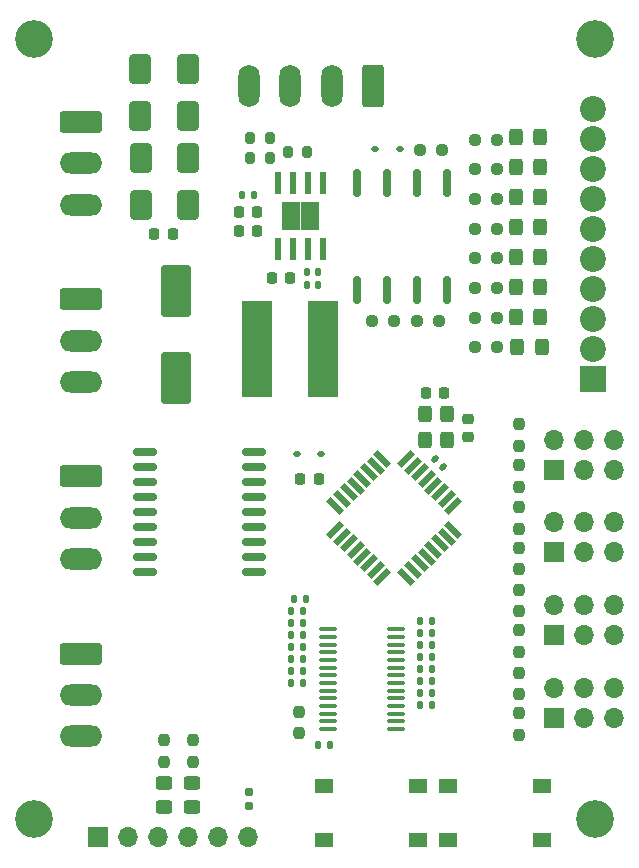
<source format=gbr>
%TF.GenerationSoftware,KiCad,Pcbnew,8.0.8*%
%TF.CreationDate,2025-06-27T13:45:21+02:00*%
%TF.ProjectId,OS-servo-decoder-8,4f532d73-6572-4766-9f2d-6465636f6465,rev?*%
%TF.SameCoordinates,Original*%
%TF.FileFunction,Soldermask,Top*%
%TF.FilePolarity,Negative*%
%FSLAX46Y46*%
G04 Gerber Fmt 4.6, Leading zero omitted, Abs format (unit mm)*
G04 Created by KiCad (PCBNEW 8.0.8) date 2025-06-27 13:45:21*
%MOMM*%
%LPD*%
G01*
G04 APERTURE LIST*
G04 Aperture macros list*
%AMRoundRect*
0 Rectangle with rounded corners*
0 $1 Rounding radius*
0 $2 $3 $4 $5 $6 $7 $8 $9 X,Y pos of 4 corners*
0 Add a 4 corners polygon primitive as box body*
4,1,4,$2,$3,$4,$5,$6,$7,$8,$9,$2,$3,0*
0 Add four circle primitives for the rounded corners*
1,1,$1+$1,$2,$3*
1,1,$1+$1,$4,$5*
1,1,$1+$1,$6,$7*
1,1,$1+$1,$8,$9*
0 Add four rect primitives between the rounded corners*
20,1,$1+$1,$2,$3,$4,$5,0*
20,1,$1+$1,$4,$5,$6,$7,0*
20,1,$1+$1,$6,$7,$8,$9,0*
20,1,$1+$1,$8,$9,$2,$3,0*%
%AMRotRect*
0 Rectangle, with rotation*
0 The origin of the aperture is its center*
0 $1 length*
0 $2 width*
0 $3 Rotation angle, in degrees counterclockwise*
0 Add horizontal line*
21,1,$1,$2,0,0,$3*%
G04 Aperture macros list end*
%ADD10RoundRect,0.237500X-0.250000X-0.237500X0.250000X-0.237500X0.250000X0.237500X-0.250000X0.237500X0*%
%ADD11RoundRect,0.250000X0.325000X0.450000X-0.325000X0.450000X-0.325000X-0.450000X0.325000X-0.450000X0*%
%ADD12R,1.700000X1.700000*%
%ADD13O,1.700000X1.700000*%
%ADD14RoundRect,0.140000X0.140000X0.170000X-0.140000X0.170000X-0.140000X-0.170000X0.140000X-0.170000X0*%
%ADD15RoundRect,0.237500X0.250000X0.237500X-0.250000X0.237500X-0.250000X-0.237500X0.250000X-0.237500X0*%
%ADD16R,0.610000X1.910000*%
%ADD17R,1.550000X1.205000*%
%ADD18RoundRect,0.225000X-0.225000X-0.250000X0.225000X-0.250000X0.225000X0.250000X-0.225000X0.250000X0*%
%ADD19RoundRect,0.250000X0.450000X-0.325000X0.450000X0.325000X-0.450000X0.325000X-0.450000X-0.325000X0*%
%ADD20RoundRect,0.135000X-0.135000X-0.185000X0.135000X-0.185000X0.135000X0.185000X-0.135000X0.185000X0*%
%ADD21R,1.550000X1.300000*%
%ADD22RoundRect,0.250000X-1.550000X0.650000X-1.550000X-0.650000X1.550000X-0.650000X1.550000X0.650000X0*%
%ADD23O,3.600000X1.800000*%
%ADD24RoundRect,0.140000X-0.219203X-0.021213X-0.021213X-0.219203X0.219203X0.021213X0.021213X0.219203X0*%
%ADD25RoundRect,0.237500X0.237500X-0.250000X0.237500X0.250000X-0.237500X0.250000X-0.237500X-0.250000X0*%
%ADD26RoundRect,0.237500X-0.237500X0.250000X-0.237500X-0.250000X0.237500X-0.250000X0.237500X0.250000X0*%
%ADD27RoundRect,0.135000X0.135000X0.185000X-0.135000X0.185000X-0.135000X-0.185000X0.135000X-0.185000X0*%
%ADD28C,3.200000*%
%ADD29RoundRect,0.200000X0.200000X0.275000X-0.200000X0.275000X-0.200000X-0.275000X0.200000X-0.275000X0*%
%ADD30RoundRect,0.160000X0.160000X-0.197500X0.160000X0.197500X-0.160000X0.197500X-0.160000X-0.197500X0*%
%ADD31R,2.200000X2.200000*%
%ADD32C,2.200000*%
%ADD33RoundRect,0.225000X-0.250000X0.225000X-0.250000X-0.225000X0.250000X-0.225000X0.250000X0.225000X0*%
%ADD34RoundRect,0.162500X-0.162500X1.012500X-0.162500X-1.012500X0.162500X-1.012500X0.162500X1.012500X0*%
%ADD35RoundRect,0.200000X-0.200000X-0.275000X0.200000X-0.275000X0.200000X0.275000X-0.200000X0.275000X0*%
%ADD36RoundRect,0.225000X0.225000X0.250000X-0.225000X0.250000X-0.225000X-0.250000X0.225000X-0.250000X0*%
%ADD37RotRect,1.600000X0.550000X225.000000*%
%ADD38RotRect,1.600000X0.550000X315.000000*%
%ADD39RoundRect,0.250000X0.650000X-1.000000X0.650000X1.000000X-0.650000X1.000000X-0.650000X-1.000000X0*%
%ADD40RoundRect,0.150000X0.875000X0.150000X-0.875000X0.150000X-0.875000X-0.150000X0.875000X-0.150000X0*%
%ADD41RoundRect,0.112500X0.187500X0.112500X-0.187500X0.112500X-0.187500X-0.112500X0.187500X-0.112500X0*%
%ADD42RoundRect,0.300000X0.300000X-0.400000X0.300000X0.400000X-0.300000X0.400000X-0.300000X-0.400000X0*%
%ADD43RoundRect,0.100000X0.637500X0.100000X-0.637500X0.100000X-0.637500X-0.100000X0.637500X-0.100000X0*%
%ADD44RoundRect,0.250000X0.650000X1.550000X-0.650000X1.550000X-0.650000X-1.550000X0.650000X-1.550000X0*%
%ADD45O,1.800000X3.600000*%
%ADD46RoundRect,0.140000X-0.140000X-0.170000X0.140000X-0.170000X0.140000X0.170000X-0.140000X0.170000X0*%
%ADD47R,2.600000X8.200000*%
%ADD48RoundRect,0.250000X-1.000000X1.950000X-1.000000X-1.950000X1.000000X-1.950000X1.000000X1.950000X0*%
G04 APERTURE END LIST*
D10*
%TO.C,R508*%
X134827000Y-131064000D03*
X136652000Y-131064000D03*
%TD*%
%TO.C,R507*%
X134827000Y-128554000D03*
X136652000Y-128554000D03*
%TD*%
%TO.C,R506*%
X134827000Y-126044000D03*
X136652000Y-126044000D03*
%TD*%
%TO.C,R505*%
X134827000Y-123534000D03*
X136652000Y-123534000D03*
%TD*%
%TO.C,R504*%
X134827000Y-121024000D03*
X136652000Y-121024000D03*
%TD*%
%TO.C,R503*%
X134827000Y-118514000D03*
X136652000Y-118514000D03*
%TD*%
%TO.C,R502*%
X136652000Y-116004000D03*
X134827000Y-116004000D03*
%TD*%
%TO.C,R501*%
X136652000Y-113494000D03*
X134827000Y-113494000D03*
%TD*%
D11*
%TO.C,D512*%
X138412000Y-131064000D03*
X140462000Y-131064000D03*
%TD*%
%TO.C,D511*%
X138285000Y-128524000D03*
X140335000Y-128524000D03*
%TD*%
%TO.C,D510*%
X138285000Y-125984000D03*
X140335000Y-125984000D03*
%TD*%
%TO.C,D509*%
X138285000Y-123444000D03*
X140335000Y-123444000D03*
%TD*%
%TO.C,D508*%
X138285000Y-120904000D03*
X140335000Y-120904000D03*
%TD*%
%TO.C,D507*%
X138285000Y-118364000D03*
X140335000Y-118364000D03*
%TD*%
%TO.C,D506*%
X138285000Y-115824000D03*
X140335000Y-115824000D03*
%TD*%
%TO.C,D505*%
X140349000Y-113284000D03*
X138299000Y-113284000D03*
%TD*%
D12*
%TO.C,J801*%
X141475000Y-148433000D03*
D13*
X141475000Y-145893000D03*
X144015000Y-148433000D03*
X144015000Y-145893000D03*
X146555000Y-148433000D03*
X146555000Y-145893000D03*
%TD*%
D14*
%TO.C,C1601*%
X122527000Y-164719000D03*
X121567000Y-164719000D03*
%TD*%
D15*
%TO.C,R1002*%
X131739250Y-128864750D03*
X129914250Y-128864750D03*
%TD*%
D16*
%TO.C,U901*%
X118158500Y-122731500D03*
X119428500Y-122731500D03*
X120698500Y-122731500D03*
X121968500Y-122731500D03*
X121968500Y-117171500D03*
X120698500Y-117171500D03*
X119428500Y-117171500D03*
X118158500Y-117171500D03*
D17*
X119288500Y-120554000D03*
X120838500Y-120554000D03*
X119288500Y-119349000D03*
X120838500Y-119349000D03*
%TD*%
D15*
%TO.C,R1001*%
X131993250Y-114386750D03*
X130168250Y-114386750D03*
%TD*%
D18*
%TO.C,C904*%
X114843500Y-119588000D03*
X116393500Y-119588000D03*
%TD*%
D19*
%TO.C,D201*%
X108458000Y-170025000D03*
X108458000Y-167975000D03*
%TD*%
D20*
%TO.C,R1607*%
X130151500Y-156260000D03*
X131171500Y-156260000D03*
%TD*%
D19*
%TO.C,D202*%
X110871000Y-170025000D03*
X110871000Y-167975000D03*
%TD*%
D21*
%TO.C,SW602*%
X140475000Y-172750000D03*
X132525000Y-172750000D03*
X140475000Y-168250000D03*
X132525000Y-168250000D03*
%TD*%
D22*
%TO.C,J401*%
X101432500Y-127000000D03*
D23*
X101432500Y-130500000D03*
X101432500Y-134000000D03*
%TD*%
D24*
%TO.C,C202*%
X131470000Y-140537000D03*
X132148822Y-141215822D03*
%TD*%
D22*
%TO.C,J1401*%
X101432500Y-142000000D03*
D23*
X101432500Y-145500000D03*
X101432500Y-149000000D03*
%TD*%
D25*
%TO.C,R1601*%
X119888000Y-163726500D03*
X119888000Y-161901500D03*
%TD*%
D26*
%TO.C,R702*%
X138557000Y-137599500D03*
X138557000Y-139424500D03*
%TD*%
D20*
%TO.C,R1605*%
X130151500Y-158292000D03*
X131171500Y-158292000D03*
%TD*%
%TO.C,R1602*%
X130151500Y-161340000D03*
X131171500Y-161340000D03*
%TD*%
D27*
%TO.C,R1615*%
X120269000Y-157480000D03*
X119249002Y-157480000D03*
%TD*%
D20*
%TO.C,R1609*%
X130151500Y-154228000D03*
X131171500Y-154228000D03*
%TD*%
D12*
%TO.C,J1001*%
X141475000Y-162433000D03*
D13*
X141475000Y-159893000D03*
X144015000Y-162433000D03*
X144015000Y-159893000D03*
X146555000Y-162433000D03*
X146555000Y-159893000D03*
%TD*%
D20*
%TO.C,R1606*%
X130151500Y-157276000D03*
X131171500Y-157276000D03*
%TD*%
D12*
%TO.C,J701*%
X141475000Y-141433000D03*
D13*
X141475000Y-138893000D03*
X144015000Y-141433000D03*
X144015000Y-138893000D03*
X146555000Y-141433000D03*
X146555000Y-138893000D03*
%TD*%
D22*
%TO.C,J1301*%
X101432500Y-112000000D03*
D23*
X101432500Y-115500000D03*
X101432500Y-119000000D03*
%TD*%
D21*
%TO.C,SW601*%
X129975000Y-172750000D03*
X122025000Y-172750000D03*
X129975000Y-168250000D03*
X122025000Y-168250000D03*
%TD*%
D28*
%TO.C,REF\u002A\u002A*%
X145000000Y-171000000D03*
%TD*%
D29*
%TO.C,R903*%
X117459500Y-115031000D03*
X115809500Y-115031000D03*
%TD*%
D20*
%TO.C,R1603*%
X130151500Y-160324000D03*
X131171500Y-160324000D03*
%TD*%
D30*
%TO.C,R202*%
X115697000Y-169888500D03*
X115697000Y-168693500D03*
%TD*%
D20*
%TO.C,R1604*%
X130151500Y-159308000D03*
X131171500Y-159308000D03*
%TD*%
D27*
%TO.C,R1617*%
X120269000Y-159512000D03*
X119249002Y-159512000D03*
%TD*%
D31*
%TO.C,J501*%
X144780000Y-133731000D03*
D32*
X144780000Y-131191000D03*
X144780000Y-128651000D03*
X144780000Y-126111000D03*
X144780000Y-123571000D03*
X144780000Y-121031000D03*
X144780000Y-118491000D03*
X144780000Y-115951000D03*
X144780000Y-113411000D03*
X144780000Y-110871000D03*
%TD*%
D12*
%TO.C,J901*%
X141475000Y-155433000D03*
D13*
X141475000Y-152893000D03*
X144015000Y-155433000D03*
X144015000Y-152893000D03*
X146555000Y-155433000D03*
X146555000Y-152893000D03*
%TD*%
D27*
%TO.C,R1614*%
X120269000Y-156464000D03*
X119249002Y-156464000D03*
%TD*%
%TO.C,R1612*%
X120269000Y-154432000D03*
X119249002Y-154432000D03*
%TD*%
%TO.C,R1610*%
X120524999Y-152400000D03*
X119505001Y-152400000D03*
%TD*%
D33*
%TO.C,C201*%
X134232000Y-137095000D03*
X134232000Y-138645000D03*
%TD*%
D26*
%TO.C,R203*%
X110938000Y-164314500D03*
X110938000Y-166139500D03*
%TD*%
D34*
%TO.C,U1001*%
X132454750Y-117184750D03*
X129914750Y-117184750D03*
X127374750Y-117184750D03*
X124834750Y-117184750D03*
X124834750Y-126234750D03*
X127374750Y-126234750D03*
X129914750Y-126234750D03*
X132454750Y-126234750D03*
%TD*%
D12*
%TO.C,J201*%
X102880000Y-172500000D03*
D13*
X105420000Y-172500000D03*
X107960000Y-172500000D03*
X110500000Y-172500000D03*
X113040000Y-172500000D03*
X115580000Y-172500000D03*
%TD*%
D35*
%TO.C,R901*%
X115809500Y-113380000D03*
X117459500Y-113380000D03*
%TD*%
D26*
%TO.C,R905*%
X138557000Y-151599500D03*
X138557000Y-153424500D03*
%TD*%
D15*
%TO.C,R1003*%
X127929250Y-128864750D03*
X126104250Y-128864750D03*
%TD*%
D36*
%TO.C,C901*%
X119187500Y-125191000D03*
X117637500Y-125191000D03*
%TD*%
%TO.C,C203*%
X132245000Y-134949000D03*
X130695000Y-134949000D03*
%TD*%
D20*
%TO.C,R1608*%
X130151500Y-155244000D03*
X131171500Y-155244000D03*
%TD*%
D37*
%TO.C,U202*%
X132985103Y-144474695D03*
X132419417Y-143909010D03*
X131853732Y-143343324D03*
X131288047Y-142777639D03*
X130722361Y-142211953D03*
X130156676Y-141646268D03*
X129590990Y-141080583D03*
X129025305Y-140514897D03*
D38*
X126974695Y-140514897D03*
X126409010Y-141080583D03*
X125843324Y-141646268D03*
X125277639Y-142211953D03*
X124711953Y-142777639D03*
X124146268Y-143343324D03*
X123580583Y-143909010D03*
X123014897Y-144474695D03*
D37*
X123014897Y-146525305D03*
X123580583Y-147090990D03*
X124146268Y-147656676D03*
X124711953Y-148222361D03*
X125277639Y-148788047D03*
X125843324Y-149353732D03*
X126409010Y-149919417D03*
X126974695Y-150485103D03*
D38*
X129025305Y-150485103D03*
X129590990Y-149919417D03*
X130156676Y-149353732D03*
X130722361Y-148788047D03*
X131288047Y-148222361D03*
X131853732Y-147656676D03*
X132419417Y-147090990D03*
X132985103Y-146525305D03*
%TD*%
D39*
%TO.C,D502*%
X110500000Y-111500000D03*
X110500000Y-107500000D03*
%TD*%
%TO.C,D503*%
X106550000Y-119000000D03*
X106550000Y-115000000D03*
%TD*%
D27*
%TO.C,R1611*%
X120269000Y-153416000D03*
X119249002Y-153416000D03*
%TD*%
D40*
%TO.C,U1101*%
X116150000Y-150080000D03*
X116150000Y-148810000D03*
X116150000Y-147540000D03*
X116150000Y-146270000D03*
X116150000Y-145000000D03*
X116150000Y-143730000D03*
X116150000Y-142460000D03*
X116150000Y-141190000D03*
X116150000Y-139920000D03*
X106850000Y-139920000D03*
X106850000Y-141190000D03*
X106850000Y-142460000D03*
X106850000Y-143730000D03*
X106850000Y-145000000D03*
X106850000Y-146270000D03*
X106850000Y-147540000D03*
X106850000Y-148810000D03*
X106850000Y-150080000D03*
%TD*%
D18*
%TO.C,C905*%
X114843500Y-121254000D03*
X116393500Y-121254000D03*
%TD*%
D25*
%TO.C,R904*%
X138557000Y-156853500D03*
X138557000Y-155028500D03*
%TD*%
D28*
%TO.C,REF\u002A\u002A*%
X97500000Y-105000000D03*
%TD*%
D41*
%TO.C,D401*%
X121827000Y-140081000D03*
X119727000Y-140081000D03*
%TD*%
D25*
%TO.C,R701*%
X138557000Y-142853500D03*
X138557000Y-141028500D03*
%TD*%
D42*
%TO.C,Y201*%
X132481000Y-138927000D03*
X132481000Y-136727000D03*
X130581000Y-136727000D03*
X130581000Y-138927000D03*
%TD*%
D41*
%TO.C,D1001*%
X128447750Y-114259750D03*
X126347750Y-114259750D03*
%TD*%
D36*
%TO.C,C402*%
X121602000Y-142181000D03*
X120052000Y-142181000D03*
%TD*%
D28*
%TO.C,REF\u002A\u002A*%
X97500000Y-171000000D03*
%TD*%
D22*
%TO.C,J1501*%
X101432500Y-157000000D03*
D23*
X101432500Y-160500000D03*
X101432500Y-164000000D03*
%TD*%
D39*
%TO.C,D501*%
X110500000Y-119000000D03*
X110500000Y-115000000D03*
%TD*%
D26*
%TO.C,R802*%
X138557000Y-144599500D03*
X138557000Y-146424500D03*
%TD*%
D28*
%TO.C,REF\u002A\u002A*%
X145000000Y-105000000D03*
%TD*%
D43*
%TO.C,U1601*%
X128143000Y-163382000D03*
X128143000Y-162732000D03*
X128143000Y-162082000D03*
X128143000Y-161432000D03*
X128143000Y-160782000D03*
X128143000Y-160132000D03*
X128143000Y-159482000D03*
X128143000Y-158832000D03*
X128143000Y-158182000D03*
X128143000Y-157532000D03*
X128143000Y-156882000D03*
X128143000Y-156232000D03*
X128143000Y-155582000D03*
X128143000Y-154932000D03*
X122418000Y-154932000D03*
X122418000Y-155582000D03*
X122418000Y-156232000D03*
X122418000Y-156882000D03*
X122418000Y-157532000D03*
X122418000Y-158182000D03*
X122418000Y-158832000D03*
X122418000Y-159482000D03*
X122418000Y-160132000D03*
X122418000Y-160782000D03*
X122418000Y-161432000D03*
X122418000Y-162082000D03*
X122418000Y-162732000D03*
X122418000Y-163382000D03*
%TD*%
D44*
%TO.C,J101*%
X126195000Y-108932500D03*
D45*
X122695000Y-108932500D03*
X119195000Y-108932500D03*
X115695000Y-108932500D03*
%TD*%
D27*
%TO.C,R1616*%
X120269000Y-158496000D03*
X119249002Y-158496000D03*
%TD*%
%TO.C,R1613*%
X120269000Y-155448000D03*
X119249002Y-155448000D03*
%TD*%
D25*
%TO.C,R1004*%
X138557000Y-163853500D03*
X138557000Y-162028500D03*
%TD*%
D46*
%TO.C,C902*%
X120571500Y-124683000D03*
X121531500Y-124683000D03*
%TD*%
%TO.C,C903*%
X120571500Y-125826000D03*
X121531500Y-125826000D03*
%TD*%
D47*
%TO.C,L901*%
X121990000Y-131241000D03*
X116390000Y-131241000D03*
%TD*%
D48*
%TO.C,C401*%
X109500000Y-126300000D03*
X109500000Y-133700000D03*
%TD*%
D46*
%TO.C,C906*%
X115140500Y-118206000D03*
X116100500Y-118206000D03*
%TD*%
D35*
%TO.C,R902*%
X118984500Y-114523000D03*
X120634500Y-114523000D03*
%TD*%
D25*
%TO.C,R801*%
X138557000Y-149853500D03*
X138557000Y-148028500D03*
%TD*%
D39*
%TO.C,D504*%
X106500000Y-111500000D03*
X106500000Y-107500000D03*
%TD*%
D26*
%TO.C,R1005*%
X138557000Y-158599500D03*
X138557000Y-160424500D03*
%TD*%
D36*
%TO.C,C501*%
X109230000Y-121477000D03*
X107680000Y-121477000D03*
%TD*%
D26*
%TO.C,R201*%
X108464000Y-164314500D03*
X108464000Y-166139500D03*
%TD*%
M02*

</source>
